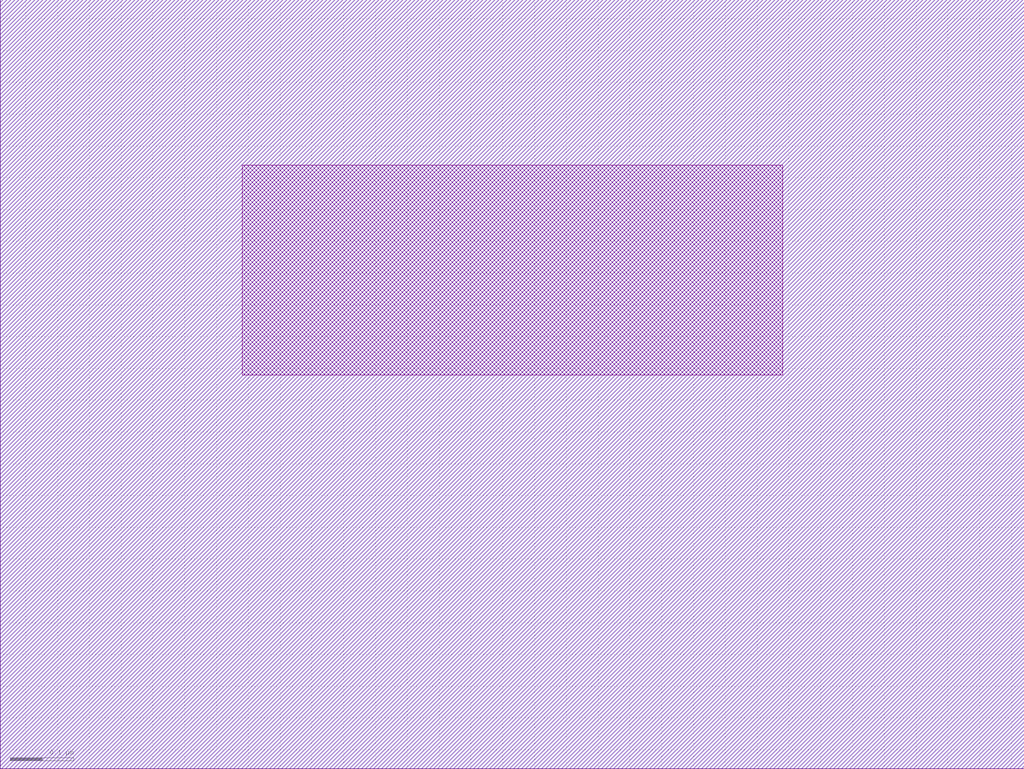
<source format=lef>
VERSION 5.7 ;
  NOWIREEXTENSIONATPIN ON ;
  DIVIDERCHAR "/" ;
  BUSBITCHARS "[]" ;
UNITS
  DATABASE MICRONS 200 ;
END UNITS

LAYER via2
  TYPE CUT ;
END via2

LAYER via
  TYPE CUT ;
END via

LAYER nwell
  TYPE MASTERSLICE ;
END nwell

LAYER via3
  TYPE CUT ;
END via3

LAYER pwell
  TYPE MASTERSLICE ;
END pwell

LAYER via4
  TYPE CUT ;
END via4

LAYER mcon
  TYPE CUT ;
END mcon

LAYER met6
  TYPE ROUTING ;
  WIDTH 0.030000 ;
  SPACING 0.040000 ;
  DIRECTION HORIZONTAL ;
END met6

LAYER met1
  TYPE ROUTING ;
  WIDTH 0.140000 ;
  SPACING 0.140000 ;
  DIRECTION HORIZONTAL ;
END met1

LAYER met3
  TYPE ROUTING ;
  WIDTH 0.300000 ;
  SPACING 0.300000 ;
  DIRECTION HORIZONTAL ;
END met3

LAYER met2
  TYPE ROUTING ;
  WIDTH 0.140000 ;
  SPACING 0.140000 ;
  DIRECTION HORIZONTAL ;
END met2

LAYER met4
  TYPE ROUTING ;
  WIDTH 0.300000 ;
  SPACING 0.300000 ;
  DIRECTION HORIZONTAL ;
END met4

LAYER met5
  TYPE ROUTING ;
  WIDTH 1.600000 ;
  SPACING 1.600000 ;
  DIRECTION HORIZONTAL ;
END met5

LAYER li1
  TYPE ROUTING ;
  WIDTH 0.170000 ;
  SPACING 0.170000 ;
  DIRECTION HORIZONTAL ;
END li1

MACRO sky130_hilas_pFETdevice01
  CLASS BLOCK ;
  FOREIGN sky130_hilas_pFETdevice01 ;
  ORIGIN 0.790 0.780 ;
  SIZE 1.610 BY 1.210 ;
  OBS
      LAYER nwell ;
        RECT -0.790 -0.780 0.820 0.430 ;
      LAYER li1 ;
        RECT -0.410 -0.160 0.440 0.170 ;
  END
END sky130_hilas_pFETdevice01
END LIBRARY


</source>
